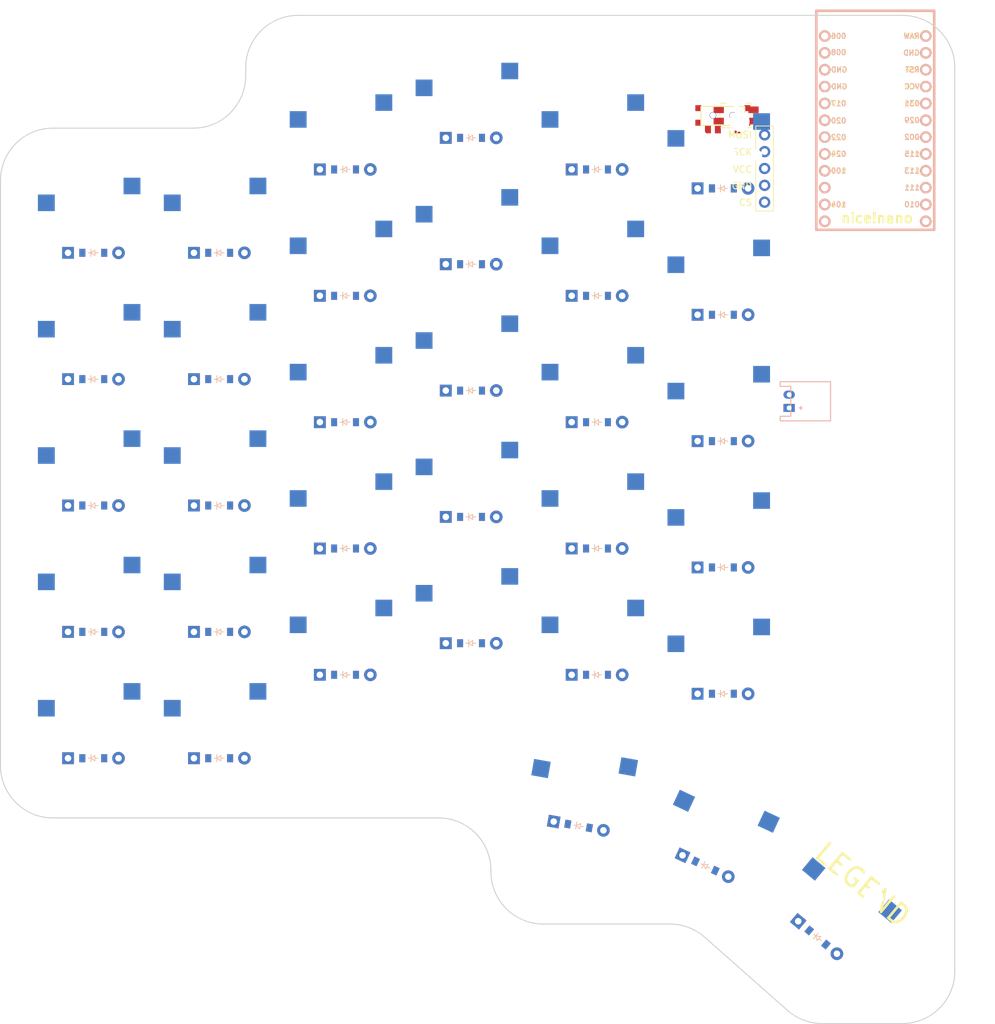
<source format=kicad_pcb>
(kicad_pcb (version 20171130) (host pcbnew 5.1.6)
  (title_block (title "left") (rev "v1.0.0") (company "Unknown"))
  (layers (0 F.Cu signal) (31 B.Cu signal) (34 B.Paste user) (35 F.Paste user) (36 B.SilkS user) (37 F.SilkS user) (38 B.Mask user) (39 F.Mask user) (44 Edge.Cuts user))
  (net 0 "")
  (net 1 "col_6")
  (net 2 "outer_control")
  (net 3 "outer_bottom")
  (net 4 "outer_home")
  (net 5 "outer_top")
  (net 6 "outer_num")
  (net 7 "col_5")
  (net 8 "pinky_control")
  (net 9 "pinky_bottom")
  (net 10 "pinky_home")
  (net 11 "pinky_top")
  (net 12 "pinky_num")
  (net 13 "col_4")
  (net 14 "ring_control")
  (net 15 "ring_bottom")
  (net 16 "ring_home")
  (net 17 "ring_top")
  (net 18 "ring_num")
  (net 19 "col_3")
  (net 20 "middle_control")
  (net 21 "middle_bottom")
  (net 22 "middle_home")
  (net 23 "middle_top")
  (net 24 "middle_num")
  (net 25 "col_2")
  (net 26 "index_control")
  (net 27 "index_bottom")
  (net 28 "index_home")
  (net 29 "index_top")
  (net 30 "index_num")
  (net 31 "col_1")
  (net 32 "inner_control")
  (net 33 "inner_bottom")
  (net 34 "inner_home")
  (net 35 "inner_top")
  (net 36 "inner_num")
  (net 37 "in_default")
  (net 38 "mid_default")
  (net 39 "out_default")
  (net 40 "row_5")
  (net 41 "row_4")
  (net 42 "row_3")
  (net 43 "row_2")
  (net 44 "row_1")
  (net 45 "thumb_1")
  (net 46 "RAW")
  (net 47 "GND")
  (net 48 "RST")
  (net 49 "VCC")
  (net 50 "P031")
  (net 51 "P029")
  (net 52 "P002")
  (net 53 "P115")
  (net 54 "P113")
  (net 55 "P010")
  (net 56 "MOSI")
  (net 57 "SCK")
  (net 58 "CS")
  (net 59 "DISP1_1")
  (net 60 "DISP1_2")
  (net 61 "DISP1_4")
  (net 62 "DISP1_5")
  (net 63 "pos")
  (module MX (layer F.Cu) (at 150 150 0)
    (fp_text reference "S1" hide)
    (fp_text value "" hide)
    (pad "" np_thru_hole circle (at 0 0) (size 3.9878 3.9878) (drill 3.9878) (layers *.Cu *.Mask))
    (pad "" np_thru_hole circle (at 5.08 0) (size 1.7018 1.7018) (drill 1.7018) (layers *.Cu *.Mask))
    (pad "" np_thru_hole circle (at -5.08 0) (size 1.7018 1.7018) (drill 1.7018) (layers *.Cu *.Mask))
    (pad "" np_thru_hole circle (at 2.54 -5.08) (size 3 3) (drill 3) (layers *.Cu *.Mask))
    (pad "" np_thru_hole circle (at -3.81 -2.54) (size 3 3) (drill 3) (layers *.Cu *.Mask))
    (pad 1 smd rect (at -7.085 -2.54 0) (size 2.55 2.5) (layers B.Cu B.Paste B.Mask) (net 1 "col_6"))
    (pad 2 smd rect (at 5.842 -5.08 0) (size 2.55 2.5) (layers B.Cu B.Paste B.Mask) (net 2 "outer_control"))
  )
  (module MX (layer F.Cu) (at 150 130.95 0)
    (fp_text reference "S2" hide)
    (fp_text value "" hide)
    (pad "" np_thru_hole circle (at 0 0) (size 3.9878 3.9878) (drill 3.9878) (layers *.Cu *.Mask))
    (pad "" np_thru_hole circle (at 5.08 0) (size 1.7018 1.7018) (drill 1.7018) (layers *.Cu *.Mask))
    (pad "" np_thru_hole circle (at -5.08 0) (size 1.7018 1.7018) (drill 1.7018) (layers *.Cu *.Mask))
    (pad "" np_thru_hole circle (at 2.54 -5.08) (size 3 3) (drill 3) (layers *.Cu *.Mask))
    (pad "" np_thru_hole circle (at -3.81 -2.54) (size 3 3) (drill 3) (layers *.Cu *.Mask))
    (pad 1 smd rect (at -7.085 -2.54 0) (size 2.55 2.5) (layers B.Cu B.Paste B.Mask) (net 1 "col_6"))
    (pad 2 smd rect (at 5.842 -5.08 0) (size 2.55 2.5) (layers B.Cu B.Paste B.Mask) (net 3 "outer_bottom"))
  )
  (module MX (layer F.Cu) (at 150 111.89999999999999 0)
    (fp_text reference "S3" hide)
    (fp_text value "" hide)
    (pad "" np_thru_hole circle (at 0 0) (size 3.9878 3.9878) (drill 3.9878) (layers *.Cu *.Mask))
    (pad "" np_thru_hole circle (at 5.08 0) (size 1.7018 1.7018) (drill 1.7018) (layers *.Cu *.Mask))
    (pad "" np_thru_hole circle (at -5.08 0) (size 1.7018 1.7018) (drill 1.7018) (layers *.Cu *.Mask))
    (pad "" np_thru_hole circle (at 2.54 -5.08) (size 3 3) (drill 3) (layers *.Cu *.Mask))
    (pad "" np_thru_hole circle (at -3.81 -2.54) (size 3 3) (drill 3) (layers *.Cu *.Mask))
    (pad 1 smd rect (at -7.085 -2.54 0) (size 2.55 2.5) (layers B.Cu B.Paste B.Mask) (net 1 "col_6"))
    (pad 2 smd rect (at 5.842 -5.08 0) (size 2.55 2.5) (layers B.Cu B.Paste B.Mask) (net 4 "outer_home"))
  )
  (module MX (layer F.Cu) (at 150 92.85 0)
    (fp_text reference "S4" hide)
    (fp_text value "" hide)
    (pad "" np_thru_hole circle (at 0 0) (size 3.9878 3.9878) (drill 3.9878) (layers *.Cu *.Mask))
    (pad "" np_thru_hole circle (at 5.08 0) (size 1.7018 1.7018) (drill 1.7018) (layers *.Cu *.Mask))
    (pad "" np_thru_hole circle (at -5.08 0) (size 1.7018 1.7018) (drill 1.7018) (layers *.Cu *.Mask))
    (pad "" np_thru_hole circle (at 2.54 -5.08) (size 3 3) (drill 3) (layers *.Cu *.Mask))
    (pad "" np_thru_hole circle (at -3.81 -2.54) (size 3 3) (drill 3) (layers *.Cu *.Mask))
    (pad 1 smd rect (at -7.085 -2.54 0) (size 2.55 2.5) (layers B.Cu B.Paste B.Mask) (net 1 "col_6"))
    (pad 2 smd rect (at 5.842 -5.08 0) (size 2.55 2.5) (layers B.Cu B.Paste B.Mask) (net 5 "outer_top"))
  )
  (module MX (layer F.Cu) (at 150 73.8 0)
    (fp_text reference "S5" hide)
    (fp_text value "" hide)
    (pad "" np_thru_hole circle (at 0 0) (size 3.9878 3.9878) (drill 3.9878) (layers *.Cu *.Mask))
    (pad "" np_thru_hole circle (at 5.08 0) (size 1.7018 1.7018) (drill 1.7018) (layers *.Cu *.Mask))
    (pad "" np_thru_hole circle (at -5.08 0) (size 1.7018 1.7018) (drill 1.7018) (layers *.Cu *.Mask))
    (pad "" np_thru_hole circle (at 2.54 -5.08) (size 3 3) (drill 3) (layers *.Cu *.Mask))
    (pad "" np_thru_hole circle (at -3.81 -2.54) (size 3 3) (drill 3) (layers *.Cu *.Mask))
    (pad 1 smd rect (at -7.085 -2.54 0) (size 2.55 2.5) (layers B.Cu B.Paste B.Mask) (net 1 "col_6"))
    (pad 2 smd rect (at 5.842 -5.08 0) (size 2.55 2.5) (layers B.Cu B.Paste B.Mask) (net 6 "outer_num"))
  )
  (module MX (layer F.Cu) (at 169 150 0)
    (fp_text reference "S6" hide)
    (fp_text value "" hide)
    (pad "" np_thru_hole circle (at 0 0) (size 3.9878 3.9878) (drill 3.9878) (layers *.Cu *.Mask))
    (pad "" np_thru_hole circle (at 5.08 0) (size 1.7018 1.7018) (drill 1.7018) (layers *.Cu *.Mask))
    (pad "" np_thru_hole circle (at -5.08 0) (size 1.7018 1.7018) (drill 1.7018) (layers *.Cu *.Mask))
    (pad "" np_thru_hole circle (at 2.54 -5.08) (size 3 3) (drill 3) (layers *.Cu *.Mask))
    (pad "" np_thru_hole circle (at -3.81 -2.54) (size 3 3) (drill 3) (layers *.Cu *.Mask))
    (pad 1 smd rect (at -7.085 -2.54 0) (size 2.55 2.5) (layers B.Cu B.Paste B.Mask) (net 7 "col_5"))
    (pad 2 smd rect (at 5.842 -5.08 0) (size 2.55 2.5) (layers B.Cu B.Paste B.Mask) (net 8 "pinky_control"))
  )
  (module MX (layer F.Cu) (at 169 130.95 0)
    (fp_text reference "S7" hide)
    (fp_text value "" hide)
    (pad "" np_thru_hole circle (at 0 0) (size 3.9878 3.9878) (drill 3.9878) (layers *.Cu *.Mask))
    (pad "" np_thru_hole circle (at 5.08 0) (size 1.7018 1.7018) (drill 1.7018) (layers *.Cu *.Mask))
    (pad "" np_thru_hole circle (at -5.08 0) (size 1.7018 1.7018) (drill 1.7018) (layers *.Cu *.Mask))
    (pad "" np_thru_hole circle (at 2.54 -5.08) (size 3 3) (drill 3) (layers *.Cu *.Mask))
    (pad "" np_thru_hole circle (at -3.81 -2.54) (size 3 3) (drill 3) (layers *.Cu *.Mask))
    (pad 1 smd rect (at -7.085 -2.54 0) (size 2.55 2.5) (layers B.Cu B.Paste B.Mask) (net 7 "col_5"))
    (pad 2 smd rect (at 5.842 -5.08 0) (size 2.55 2.5) (layers B.Cu B.Paste B.Mask) (net 9 "pinky_bottom"))
  )
  (module MX (layer F.Cu) (at 169 111.89999999999999 0)
    (fp_text reference "S8" hide)
    (fp_text value "" hide)
    (pad "" np_thru_hole circle (at 0 0) (size 3.9878 3.9878) (drill 3.9878) (layers *.Cu *.Mask))
    (pad "" np_thru_hole circle (at 5.08 0) (size 1.7018 1.7018) (drill 1.7018) (layers *.Cu *.Mask))
    (pad "" np_thru_hole circle (at -5.08 0) (size 1.7018 1.7018) (drill 1.7018) (layers *.Cu *.Mask))
    (pad "" np_thru_hole circle (at 2.54 -5.08) (size 3 3) (drill 3) (layers *.Cu *.Mask))
    (pad "" np_thru_hole circle (at -3.81 -2.54) (size 3 3) (drill 3) (layers *.Cu *.Mask))
    (pad 1 smd rect (at -7.085 -2.54 0) (size 2.55 2.5) (layers B.Cu B.Paste B.Mask) (net 7 "col_5"))
    (pad 2 smd rect (at 5.842 -5.08 0) (size 2.55 2.5) (layers B.Cu B.Paste B.Mask) (net 10 "pinky_home"))
  )
  (module MX (layer F.Cu) (at 169 92.85 0)
    (fp_text reference "S9" hide)
    (fp_text value "" hide)
    (pad "" np_thru_hole circle (at 0 0) (size 3.9878 3.9878) (drill 3.9878) (layers *.Cu *.Mask))
    (pad "" np_thru_hole circle (at 5.08 0) (size 1.7018 1.7018) (drill 1.7018) (layers *.Cu *.Mask))
    (pad "" np_thru_hole circle (at -5.08 0) (size 1.7018 1.7018) (drill 1.7018) (layers *.Cu *.Mask))
    (pad "" np_thru_hole circle (at 2.54 -5.08) (size 3 3) (drill 3) (layers *.Cu *.Mask))
    (pad "" np_thru_hole circle (at -3.81 -2.54) (size 3 3) (drill 3) (layers *.Cu *.Mask))
    (pad 1 smd rect (at -7.085 -2.54 0) (size 2.55 2.5) (layers B.Cu B.Paste B.Mask) (net 7 "col_5"))
    (pad 2 smd rect (at 5.842 -5.08 0) (size 2.55 2.5) (layers B.Cu B.Paste B.Mask) (net 11 "pinky_top"))
  )
  (module MX (layer F.Cu) (at 169 73.8 0)
    (fp_text reference "S10" hide)
    (fp_text value "" hide)
    (pad "" np_thru_hole circle (at 0 0) (size 3.9878 3.9878) (drill 3.9878) (layers *.Cu *.Mask))
    (pad "" np_thru_hole circle (at 5.08 0) (size 1.7018 1.7018) (drill 1.7018) (layers *.Cu *.Mask))
    (pad "" np_thru_hole circle (at -5.08 0) (size 1.7018 1.7018) (drill 1.7018) (layers *.Cu *.Mask))
    (pad "" np_thru_hole circle (at 2.54 -5.08) (size 3 3) (drill 3) (layers *.Cu *.Mask))
    (pad "" np_thru_hole circle (at -3.81 -2.54) (size 3 3) (drill 3) (layers *.Cu *.Mask))
    (pad 1 smd rect (at -7.085 -2.54 0) (size 2.55 2.5) (layers B.Cu B.Paste B.Mask) (net 7 "col_5"))
    (pad 2 smd rect (at 5.842 -5.08 0) (size 2.55 2.5) (layers B.Cu B.Paste B.Mask) (net 12 "pinky_num"))
  )
  (module MX (layer F.Cu) (at 188 137.427 0)
    (fp_text reference "S11" hide)
    (fp_text value "" hide)
    (pad "" np_thru_hole circle (at 0 0) (size 3.9878 3.9878) (drill 3.9878) (layers *.Cu *.Mask))
    (pad "" np_thru_hole circle (at 5.08 0) (size 1.7018 1.7018) (drill 1.7018) (layers *.Cu *.Mask))
    (pad "" np_thru_hole circle (at -5.08 0) (size 1.7018 1.7018) (drill 1.7018) (layers *.Cu *.Mask))
    (pad "" np_thru_hole circle (at 2.54 -5.08) (size 3 3) (drill 3) (layers *.Cu *.Mask))
    (pad "" np_thru_hole circle (at -3.81 -2.54) (size 3 3) (drill 3) (layers *.Cu *.Mask))
    (pad 1 smd rect (at -7.085 -2.54 0) (size 2.55 2.5) (layers B.Cu B.Paste B.Mask) (net 13 "col_4"))
    (pad 2 smd rect (at 5.842 -5.08 0) (size 2.55 2.5) (layers B.Cu B.Paste B.Mask) (net 14 "ring_control"))
  )
  (module MX (layer F.Cu) (at 188 118.377 0)
    (fp_text reference "S12" hide)
    (fp_text value "" hide)
    (pad "" np_thru_hole circle (at 0 0) (size 3.9878 3.9878) (drill 3.9878) (layers *.Cu *.Mask))
    (pad "" np_thru_hole circle (at 5.08 0) (size 1.7018 1.7018) (drill 1.7018) (layers *.Cu *.Mask))
    (pad "" np_thru_hole circle (at -5.08 0) (size 1.7018 1.7018) (drill 1.7018) (layers *.Cu *.Mask))
    (pad "" np_thru_hole circle (at 2.54 -5.08) (size 3 3) (drill 3) (layers *.Cu *.Mask))
    (pad "" np_thru_hole circle (at -3.81 -2.54) (size 3 3) (drill 3) (layers *.Cu *.Mask))
    (pad 1 smd rect (at -7.085 -2.54 0) (size 2.55 2.5) (layers B.Cu B.Paste B.Mask) (net 13 "col_4"))
    (pad 2 smd rect (at 5.842 -5.08 0) (size 2.55 2.5) (layers B.Cu B.Paste B.Mask) (net 15 "ring_bottom"))
  )
  (module MX (layer F.Cu) (at 188 99.327 0)
    (fp_text reference "S13" hide)
    (fp_text value "" hide)
    (pad "" np_thru_hole circle (at 0 0) (size 3.9878 3.9878) (drill 3.9878) (layers *.Cu *.Mask))
    (pad "" np_thru_hole circle (at 5.08 0) (size 1.7018 1.7018) (drill 1.7018) (layers *.Cu *.Mask))
    (pad "" np_thru_hole circle (at -5.08 0) (size 1.7018 1.7018) (drill 1.7018) (layers *.Cu *.Mask))
    (pad "" np_thru_hole circle (at 2.54 -5.08) (size 3 3) (drill 3) (layers *.Cu *.Mask))
    (pad "" np_thru_hole circle (at -3.81 -2.54) (size 3 3) (drill 3) (layers *.Cu *.Mask))
    (pad 1 smd rect (at -7.085 -2.54 0) (size 2.55 2.5) (layers B.Cu B.Paste B.Mask) (net 13 "col_4"))
    (pad 2 smd rect (at 5.842 -5.08 0) (size 2.55 2.5) (layers B.Cu B.Paste B.Mask) (net 16 "ring_home"))
  )
  (module MX (layer F.Cu) (at 188 80.277 0)
    (fp_text reference "S14" hide)
    (fp_text value "" hide)
    (pad "" np_thru_hole circle (at 0 0) (size 3.9878 3.9878) (drill 3.9878) (layers *.Cu *.Mask))
    (pad "" np_thru_hole circle (at 5.08 0) (size 1.7018 1.7018) (drill 1.7018) (layers *.Cu *.Mask))
    (pad "" np_thru_hole circle (at -5.08 0) (size 1.7018 1.7018) (drill 1.7018) (layers *.Cu *.Mask))
    (pad "" np_thru_hole circle (at 2.54 -5.08) (size 3 3) (drill 3) (layers *.Cu *.Mask))
    (pad "" np_thru_hole circle (at -3.81 -2.54) (size 3 3) (drill 3) (layers *.Cu *.Mask))
    (pad 1 smd rect (at -7.085 -2.54 0) (size 2.55 2.5) (layers B.Cu B.Paste B.Mask) (net 13 "col_4"))
    (pad 2 smd rect (at 5.842 -5.08 0) (size 2.55 2.5) (layers B.Cu B.Paste B.Mask) (net 17 "ring_top"))
  )
  (module MX (layer F.Cu) (at 188 61.227000000000004 0)
    (fp_text reference "S15" hide)
    (fp_text value "" hide)
    (pad "" np_thru_hole circle (at 0 0) (size 3.9878 3.9878) (drill 3.9878) (layers *.Cu *.Mask))
    (pad "" np_thru_hole circle (at 5.08 0) (size 1.7018 1.7018) (drill 1.7018) (layers *.Cu *.Mask))
    (pad "" np_thru_hole circle (at -5.08 0) (size 1.7018 1.7018) (drill 1.7018) (layers *.Cu *.Mask))
    (pad "" np_thru_hole circle (at 2.54 -5.08) (size 3 3) (drill 3) (layers *.Cu *.Mask))
    (pad "" np_thru_hole circle (at -3.81 -2.54) (size 3 3) (drill 3) (layers *.Cu *.Mask))
    (pad 1 smd rect (at -7.085 -2.54 0) (size 2.55 2.5) (layers B.Cu B.Paste B.Mask) (net 13 "col_4"))
    (pad 2 smd rect (at 5.842 -5.08 0) (size 2.55 2.5) (layers B.Cu B.Paste B.Mask) (net 18 "ring_num"))
  )
  (module MX (layer F.Cu) (at 207 132.6645 0)
    (fp_text reference "S16" hide)
    (fp_text value "" hide)
    (pad "" np_thru_hole circle (at 0 0) (size 3.9878 3.9878) (drill 3.9878) (layers *.Cu *.Mask))
    (pad "" np_thru_hole circle (at 5.08 0) (size 1.7018 1.7018) (drill 1.7018) (layers *.Cu *.Mask))
    (pad "" np_thru_hole circle (at -5.08 0) (size 1.7018 1.7018) (drill 1.7018) (layers *.Cu *.Mask))
    (pad "" np_thru_hole circle (at 2.54 -5.08) (size 3 3) (drill 3) (layers *.Cu *.Mask))
    (pad "" np_thru_hole circle (at -3.81 -2.54) (size 3 3) (drill 3) (layers *.Cu *.Mask))
    (pad 1 smd rect (at -7.085 -2.54 0) (size 2.55 2.5) (layers B.Cu B.Paste B.Mask) (net 19 "col_3"))
    (pad 2 smd rect (at 5.842 -5.08 0) (size 2.55 2.5) (layers B.Cu B.Paste B.Mask) (net 20 "middle_control"))
  )
  (module MX (layer F.Cu) (at 207 113.6145 0)
    (fp_text reference "S17" hide)
    (fp_text value "" hide)
    (pad "" np_thru_hole circle (at 0 0) (size 3.9878 3.9878) (drill 3.9878) (layers *.Cu *.Mask))
    (pad "" np_thru_hole circle (at 5.08 0) (size 1.7018 1.7018) (drill 1.7018) (layers *.Cu *.Mask))
    (pad "" np_thru_hole circle (at -5.08 0) (size 1.7018 1.7018) (drill 1.7018) (layers *.Cu *.Mask))
    (pad "" np_thru_hole circle (at 2.54 -5.08) (size 3 3) (drill 3) (layers *.Cu *.Mask))
    (pad "" np_thru_hole circle (at -3.81 -2.54) (size 3 3) (drill 3) (layers *.Cu *.Mask))
    (pad 1 smd rect (at -7.085 -2.54 0) (size 2.55 2.5) (layers B.Cu B.Paste B.Mask) (net 19 "col_3"))
    (pad 2 smd rect (at 5.842 -5.08 0) (size 2.55 2.5) (layers B.Cu B.Paste B.Mask) (net 21 "middle_bottom"))
  )
  (module MX (layer F.Cu) (at 207 94.56450000000001 0)
    (fp_text reference "S18" hide)
    (fp_text value "" hide)
    (pad "" np_thru_hole circle (at 0 0) (size 3.9878 3.9878) (drill 3.9878) (layers *.Cu *.Mask))
    (pad "" np_thru_hole circle (at 5.08 0) (size 1.7018 1.7018) (drill 1.7018) (layers *.Cu *.Mask))
    (pad "" np_thru_hole circle (at -5.08 0) (size 1.7018 1.7018) (drill 1.7018) (layers *.Cu *.Mask))
    (pad "" np_thru_hole circle (at 2.54 -5.08) (size 3 3) (drill 3) (layers *.Cu *.Mask))
    (pad "" np_thru_hole circle (at -3.81 -2.54) (size 3 3) (drill 3) (layers *.Cu *.Mask))
    (pad 1 smd rect (at -7.085 -2.54 0) (size 2.55 2.5) (layers B.Cu B.Paste B.Mask) (net 19 "col_3"))
    (pad 2 smd rect (at 5.842 -5.08 0) (size 2.55 2.5) (layers B.Cu B.Paste B.Mask) (net 22 "middle_home"))
  )
  (module MX (layer F.Cu) (at 207 75.51450000000001 0)
    (fp_text reference "S19" hide)
    (fp_text value "" hide)
    (pad "" np_thru_hole circle (at 0 0) (size 3.9878 3.9878) (drill 3.9878) (layers *.Cu *.Mask))
    (pad "" np_thru_hole circle (at 5.08 0) (size 1.7018 1.7018) (drill 1.7018) (layers *.Cu *.Mask))
    (pad "" np_thru_hole circle (at -5.08 0) (size 1.7018 1.7018) (drill 1.7018) (layers *.Cu *.Mask))
    (pad "" np_thru_hole circle (at 2.54 -5.08) (size 3 3) (drill 3) (layers *.Cu *.Mask))
    (pad "" np_thru_hole circle (at -3.81 -2.54) (size 3 3) (drill 3) (layers *.Cu *.Mask))
    (pad 1 smd rect (at -7.085 -2.54 0) (size 2.55 2.5) (layers B.Cu B.Paste B.Mask) (net 19 "col_3"))
    (pad 2 smd rect (at 5.842 -5.08 0) (size 2.55 2.5) (layers B.Cu B.Paste B.Mask) (net 23 "middle_top"))
  )
  (module MX (layer F.Cu) (at 207 56.464500000000015 0)
    (fp_text reference "S20" hide)
    (fp_text value "" hide)
    (pad "" np_thru_hole circle (at 0 0) (size 3.9878 3.9878) (drill 3.9878) (layers *.Cu *.Mask))
    (pad "" np_thru_hole circle (at 5.08 0) (size 1.7018 1.7018) (drill 1.7018) (layers *.Cu *.Mask))
    (pad "" np_thru_hole circle (at -5.08 0) (size 1.7018 1.7018) (drill 1.7018) (layers *.Cu *.Mask))
    (pad "" np_thru_hole circle (at 2.54 -5.08) (size 3 3) (drill 3) (layers *.Cu *.Mask))
    (pad "" np_thru_hole circle (at -3.81 -2.54) (size 3 3) (drill 3) (layers *.Cu *.Mask))
    (pad 1 smd rect (at -7.085 -2.54 0) (size 2.55 2.5) (layers B.Cu B.Paste B.Mask) (net 19 "col_3"))
    (pad 2 smd rect (at 5.842 -5.08 0) (size 2.55 2.5) (layers B.Cu B.Paste B.Mask) (net 24 "middle_num"))
  )
  (module MX (layer F.Cu) (at 226 137.427 0)
    (fp_text reference "S21" hide)
    (fp_text value "" hide)
    (pad "" np_thru_hole circle (at 0 0) (size 3.9878 3.9878) (drill 3.9878) (layers *.Cu *.Mask))
    (pad "" np_thru_hole circle (at 5.08 0) (size 1.7018 1.7018) (drill 1.7018) (layers *.Cu *.Mask))
    (pad "" np_thru_hole circle (at -5.08 0) (size 1.7018 1.7018) (drill 1.7018) (layers *.Cu *.Mask))
    (pad "" np_thru_hole circle (at 2.54 -5.08) (size 3 3) (drill 3) (layers *.Cu *.Mask))
    (pad "" np_thru_hole circle (at -3.81 -2.54) (size 3 3) (drill 3) (layers *.Cu *.Mask))
    (pad 1 smd rect (at -7.085 -2.54 0) (size 2.55 2.5) (layers B.Cu B.Paste B.Mask) (net 25 "col_2"))
    (pad 2 smd rect (at 5.842 -5.08 0) (size 2.55 2.5) (layers B.Cu B.Paste B.Mask) (net 26 "index_control"))
  )
  (module MX (layer F.Cu) (at 226 118.377 0)
    (fp_text reference "S22" hide)
    (fp_text value "" hide)
    (pad "" np_thru_hole circle (at 0 0) (size 3.9878 3.9878) (drill 3.9878) (layers *.Cu *.Mask))
    (pad "" np_thru_hole circle (at 5.08 0) (size 1.7018 1.7018) (drill 1.7018) (layers *.Cu *.Mask))
    (pad "" np_thru_hole circle (at -5.08 0) (size 1.7018 1.7018) (drill 1.7018) (layers *.Cu *.Mask))
    (pad "" np_thru_hole circle (at 2.54 -5.08) (size 3 3) (drill 3) (layers *.Cu *.Mask))
    (pad "" np_thru_hole circle (at -3.81 -2.54) (size 3 3) (drill 3) (layers *.Cu *.Mask))
    (pad 1 smd rect (at -7.085 -2.54 0) (size 2.55 2.5) (layers B.Cu B.Paste B.Mask) (net 25 "col_2"))
    (pad 2 smd rect (at 5.842 -5.08 0) (size 2.55 2.5) (layers B.Cu B.Paste B.Mask) (net 27 "index_bottom"))
  )
  (module MX (layer F.Cu) (at 226 99.327 0)
    (fp_text reference "S23" hide)
    (fp_text value "" hide)
    (pad "" np_thru_hole circle (at 0 0) (size 3.9878 3.9878) (drill 3.9878) (layers *.Cu *.Mask))
    (pad "" np_thru_hole circle (at 5.08 0) (size 1.7018 1.7018) (drill 1.7018) (layers *.Cu *.Mask))
    (pad "" np_thru_hole circle (at -5.08 0) (size 1.7018 1.7018) (drill 1.7018) (layers *.Cu *.Mask))
    (pad "" np_thru_hole circle (at 2.54 -5.08) (size 3 3) (drill 3) (layers *.Cu *.Mask))
    (pad "" np_thru_hole circle (at -3.81 -2.54) (size 3 3) (drill 3) (layers *.Cu *.Mask))
    (pad 1 smd rect (at -7.085 -2.54 0) (size 2.55 2.5) (layers B.Cu B.Paste B.Mask) (net 25 "col_2"))
    (pad 2 smd rect (at 5.842 -5.08 0) (size 2.55 2.5) (layers B.Cu B.Paste B.Mask) (net 28 "index_home"))
  )
  (module MX (layer F.Cu) (at 226 80.277 0)
    (fp_text reference "S24" hide)
    (fp_text value "" hide)
    (pad "" np_thru_hole circle (at 0 0) (size 3.9878 3.9878) (drill 3.9878) (layers *.Cu *.Mask))
    (pad "" np_thru_hole circle (at 5.08 0) (size 1.7018 1.7018) (drill 1.7018) (layers *.Cu *.Mask))
    (pad "" np_thru_hole circle (at -5.08 0) (size 1.7018 1.7018) (drill 1.7018) (layers *.Cu *.Mask))
    (pad "" np_thru_hole circle (at 2.54 -5.08) (size 3 3) (drill 3) (layers *.Cu *.Mask))
    (pad "" np_thru_hole circle (at -3.81 -2.54) (size 3 3) (drill 3) (layers *.Cu *.Mask))
    (pad 1 smd rect (at -7.085 -2.54 0) (size 2.55 2.5) (layers B.Cu B.Paste B.Mask) (net 25 "col_2"))
    (pad 2 smd rect (at 5.842 -5.08 0) (size 2.55 2.5) (layers B.Cu B.Paste B.Mask) (net 29 "index_top"))
  )
  (module MX (layer F.Cu) (at 226 61.227000000000004 0)
    (fp_text reference "S25" hide)
    (fp_text value "" hide)
    (pad "" np_thru_hole circle (at 0 0) (size 3.9878 3.9878) (drill 3.9878) (layers *.Cu *.Mask))
    (pad "" np_thru_hole circle (at 5.08 0) (size 1.7018 1.7018) (drill 1.7018) (layers *.Cu *.Mask))
    (pad "" np_thru_hole circle (at -5.08 0) (size 1.7018 1.7018) (drill 1.7018) (layers *.Cu *.Mask))
    (pad "" np_thru_hole circle (at 2.54 -5.08) (size 3 3) (drill 3) (layers *.Cu *.Mask))
    (pad "" np_thru_hole circle (at -3.81 -2.54) (size 3 3) (drill 3) (layers *.Cu *.Mask))
    (pad 1 smd rect (at -7.085 -2.54 0) (size 2.55 2.5) (layers B.Cu B.Paste B.Mask) (net 25 "col_2"))
    (pad 2 smd rect (at 5.842 -5.08 0) (size 2.55 2.5) (layers B.Cu B.Paste B.Mask) (net 30 "index_num"))
  )
  (module MX (layer F.Cu) (at 245 140.2845 0)
    (fp_text reference "S26" hide)
    (fp_text value "" hide)
    (pad "" np_thru_hole circle (at 0 0) (size 3.9878 3.9878) (drill 3.9878) (layers *.Cu *.Mask))
    (pad "" np_thru_hole circle (at 5.08 0) (size 1.7018 1.7018) (drill 1.7018) (layers *.Cu *.Mask))
    (pad "" np_thru_hole circle (at -5.08 0) (size 1.7018 1.7018) (drill 1.7018) (layers *.Cu *.Mask))
    (pad "" np_thru_hole circle (at 2.54 -5.08) (size 3 3) (drill 3) (layers *.Cu *.Mask))
    (pad "" np_thru_hole circle (at -3.81 -2.54) (size 3 3) (drill 3) (layers *.Cu *.Mask))
    (pad 1 smd rect (at -7.085 -2.54 0) (size 2.55 2.5) (layers B.Cu B.Paste B.Mask) (net 31 "col_1"))
    (pad 2 smd rect (at 5.842 -5.08 0) (size 2.55 2.5) (layers B.Cu B.Paste B.Mask) (net 32 "inner_control"))
  )
  (module MX (layer F.Cu) (at 245 121.23450000000001 0)
    (fp_text reference "S27" hide)
    (fp_text value "" hide)
    (pad "" np_thru_hole circle (at 0 0) (size 3.9878 3.9878) (drill 3.9878) (layers *.Cu *.Mask))
    (pad "" np_thru_hole circle (at 5.08 0) (size 1.7018 1.7018) (drill 1.7018) (layers *.Cu *.Mask))
    (pad "" np_thru_hole circle (at -5.08 0) (size 1.7018 1.7018) (drill 1.7018) (layers *.Cu *.Mask))
    (pad "" np_thru_hole circle (at 2.54 -5.08) (size 3 3) (drill 3) (layers *.Cu *.Mask))
    (pad "" np_thru_hole circle (at -3.81 -2.54) (size 3 3) (drill 3) (layers *.Cu *.Mask))
    (pad 1 smd rect (at -7.085 -2.54 0) (size 2.55 2.5) (layers B.Cu B.Paste B.Mask) (net 31 "col_1"))
    (pad 2 smd rect (at 5.842 -5.08 0) (size 2.55 2.5) (layers B.Cu B.Paste B.Mask) (net 33 "inner_bottom"))
  )
  (module MX (layer F.Cu) (at 245 102.18450000000001 0)
    (fp_text reference "S28" hide)
    (fp_text value "" hide)
    (pad "" np_thru_hole circle (at 0 0) (size 3.9878 3.9878) (drill 3.9878) (layers *.Cu *.Mask))
    (pad "" np_thru_hole circle (at 5.08 0) (size 1.7018 1.7018) (drill 1.7018) (layers *.Cu *.Mask))
    (pad "" np_thru_hole circle (at -5.08 0) (size 1.7018 1.7018) (drill 1.7018) (layers *.Cu *.Mask))
    (pad "" np_thru_hole circle (at 2.54 -5.08) (size 3 3) (drill 3) (layers *.Cu *.Mask))
    (pad "" np_thru_hole circle (at -3.81 -2.54) (size 3 3) (drill 3) (layers *.Cu *.Mask))
    (pad 1 smd rect (at -7.085 -2.54 0) (size 2.55 2.5) (layers B.Cu B.Paste B.Mask) (net 31 "col_1"))
    (pad 2 smd rect (at 5.842 -5.08 0) (size 2.55 2.5) (layers B.Cu B.Paste B.Mask) (net 34 "inner_home"))
  )
  (module MX (layer F.Cu) (at 245 83.13450000000002 0)
    (fp_text reference "S29" hide)
    (fp_text value "" hide)
    (pad "" np_thru_hole circle (at 0 0) (size 3.9878 3.9878) (drill 3.9878) (layers *.Cu *.Mask))
    (pad "" np_thru_hole circle (at 5.08 0) (size 1.7018 1.7018) (drill 1.7018) (layers *.Cu *.Mask))
    (pad "" np_thru_hole circle (at -5.08 0) (size 1.7018 1.7018) (drill 1.7018) (layers *.Cu *.Mask))
    (pad "" np_thru_hole circle (at 2.54 -5.08) (size 3 3) (drill 3) (layers *.Cu *.Mask))
    (pad "" np_thru_hole circle (at -3.81 -2.54) (size 3 3) (drill 3) (layers *.Cu *.Mask))
    (pad 1 smd rect (at -7.085 -2.54 0) (size 2.55 2.5) (layers B.Cu B.Paste B.Mask) (net 31 "col_1"))
    (pad 2 smd rect (at 5.842 -5.08 0) (size 2.55 2.5) (layers B.Cu B.Paste B.Mask) (net 35 "inner_top"))
  )
  (module MX (layer F.Cu) (at 245 64.08450000000002 0)
    (fp_text reference "S30" hide)
    (fp_text value "" hide)
    (pad "" np_thru_hole circle (at 0 0) (size 3.9878 3.9878) (drill 3.9878) (layers *.Cu *.Mask))
    (pad "" np_thru_hole circle (at 5.08 0) (size 1.7018 1.7018) (drill 1.7018) (layers *.Cu *.Mask))
    (pad "" np_thru_hole circle (at -5.08 0) (size 1.7018 1.7018) (drill 1.7018) (layers *.Cu *.Mask))
    (pad "" np_thru_hole circle (at 2.54 -5.08) (size 3 3) (drill 3) (layers *.Cu *.Mask))
    (pad "" np_thru_hole circle (at -3.81 -2.54) (size 3 3) (drill 3) (layers *.Cu *.Mask))
    (pad 1 smd rect (at -7.085 -2.54 0) (size 2.55 2.5) (layers B.Cu B.Paste B.Mask) (net 31 "col_1"))
    (pad 2 smd rect (at 5.842 -5.08 0) (size 2.55 2.5) (layers B.Cu B.Paste B.Mask) (net 36 "inner_num"))
  )
  (module MX (layer F.Cu) (at 224.095 160.28699999999998 -10)
    (fp_text reference "S31" hide)
    (fp_text value "" hide)
    (pad "" np_thru_hole circle (at 0 0) (size 3.9878 3.9878) (drill 3.9878) (layers *.Cu *.Mask))
    (pad "" np_thru_hole circle (at 5.08 0) (size 1.7018 1.7018) (drill 1.7018) (layers *.Cu *.Mask))
    (pad "" np_thru_hole circle (at -5.08 0) (size 1.7018 1.7018) (drill 1.7018) (layers *.Cu *.Mask))
    (pad "" np_thru_hole circle (at 2.54 -5.08) (size 3 3) (drill 3) (layers *.Cu *.Mask))
    (pad "" np_thru_hole circle (at -3.81 -2.54) (size 3 3) (drill 3) (layers *.Cu *.Mask))
    (pad 1 smd rect (at -7.085 -2.54 -10) (size 2.55 2.5) (layers B.Cu B.Paste B.Mask) (net 19 "col_3"))
    (pad 2 smd rect (at 5.842 -5.08 -10) (size 2.55 2.5) (layers B.Cu B.Paste B.Mask) (net 37 "in_default"))
  )
  (module MX (layer F.Cu) (at 244.4793156 166.71415 -25)
    (fp_text reference "S32" hide)
    (fp_text value "" hide)
    (pad "" np_thru_hole circle (at 0 0) (size 3.9878 3.9878) (drill 3.9878) (layers *.Cu *.Mask))
    (pad "" np_thru_hole circle (at 5.08 0) (size 1.7018 1.7018) (drill 1.7018) (layers *.Cu *.Mask))
    (pad "" np_thru_hole circle (at -5.08 0) (size 1.7018 1.7018) (drill 1.7018) (layers *.Cu *.Mask))
    (pad "" np_thru_hole circle (at 2.54 -5.08) (size 3 3) (drill 3) (layers *.Cu *.Mask))
    (pad "" np_thru_hole circle (at -3.81 -2.54) (size 3 3) (drill 3) (layers *.Cu *.Mask))
    (pad 1 smd rect (at -7.085 -2.54 -25) (size 2.55 2.5) (layers B.Cu B.Paste B.Mask) (net 25 "col_2"))
    (pad 2 smd rect (at 5.842 -5.08 -25) (size 2.55 2.5) (layers B.Cu B.Paste B.Mask) (net 38 "mid_default"))
  )
  (module MX (layer F.Cu) (at 262.5055836 178.19814929999998 -40)
    (fp_text reference "S33" hide)
    (fp_text value "" hide)
    (pad "" np_thru_hole circle (at 0 0) (size 3.9878 3.9878) (drill 3.9878) (layers *.Cu *.Mask))
    (pad "" np_thru_hole circle (at 5.08 0) (size 1.7018 1.7018) (drill 1.7018) (layers *.Cu *.Mask))
    (pad "" np_thru_hole circle (at -5.08 0) (size 1.7018 1.7018) (drill 1.7018) (layers *.Cu *.Mask))
    (pad "" np_thru_hole circle (at 2.54 -5.08) (size 3 3) (drill 3) (layers *.Cu *.Mask))
    (pad "" np_thru_hole circle (at -3.81 -2.54) (size 3 3) (drill 3) (layers *.Cu *.Mask))
    (pad 1 smd rect (at -7.085 -2.54 -40) (size 2.55 2.5) (layers B.Cu B.Paste B.Mask) (net 31 "col_1"))
    (pad 2 smd rect (at 5.842 -5.08 -40) (size 2.55 2.5) (layers B.Cu B.Paste B.Mask) (net 39 "out_default"))
  )
  (module ComboDiode (layer F.Cu) (at 150 155 0)
    (fp_text reference "D1" hide)
    (fp_text value "" hide)
    (pad 1 smd rect (at -1.65 0 0) (size 0.9 1.2) (layers F.Cu F.Paste F.Mask) (net 40 "row_5"))
    (pad 2 smd rect (at 1.65 0 0) (size 0.9 1.2) (layers B.Cu B.Paste B.Mask) (net 2 "outer_control"))
    (pad 1 smd rect (at -1.65 0 0) (size 0.9 1.2) (layers B.Cu B.Paste B.Mask) (net 40 "row_5"))
    (pad 2 smd rect (at 1.65 0 0) (size 0.9 1.2) (layers F.Cu F.Paste F.Mask) (net 2 "outer_control"))
    (pad 1 thru_hole rect (at -3.81 0 0) (size 1.778 1.778) (drill 0.9906) (layers *.Cu *.Mask) (net 40 "row_5"))
    (pad 2 thru_hole circle (at 3.81 0 0) (size 1.905 1.905) (drill 0.9906) (layers *.Cu *.Mask) (net 2 "outer_control"))
  )
  (module ComboDiode (layer F.Cu) (at 150 135.95 0)
    (fp_text reference "D2" hide)
    (fp_text value "" hide)
    (pad 1 smd rect (at -1.65 0 0) (size 0.9 1.2) (layers F.Cu F.Paste F.Mask) (net 41 "row_4"))
    (pad 2 smd rect (at 1.65 0 0) (size 0.9 1.2) (layers B.Cu B.Paste B.Mask) (net 3 "outer_bottom"))
    (pad 1 smd rect (at -1.65 0 0) (size 0.9 1.2) (layers B.Cu B.Paste B.Mask) (net 41 "row_4"))
    (pad 2 smd rect (at 1.65 0 0) (size 0.9 1.2) (layers F.Cu F.Paste F.Mask) (net 3 "outer_bottom"))
    (pad 1 thru_hole rect (at -3.81 0 0) (size 1.778 1.778) (drill 0.9906) (layers *.Cu *.Mask) (net 41 "row_4"))
    (pad 2 thru_hole circle (at 3.81 0 0) (size 1.905 1.905) (drill 0.9906) (layers *.Cu *.Mask) (net 3 "outer_bottom"))
  )
  (module ComboDiode (layer F.Cu) (at 150 116.89999999999999 0)
    (fp_text reference "D3" hide)
    (fp_text value "" hide)
    (pad 1 smd rect (at -1.65 0 0) (size 0.9 1.2) (layers F.Cu F.Paste F.Mask) (net 42 "row_3"))
    (pad 2 smd rect (at 1.65 0 0) (size 0.9 1.2) (layers B.Cu B.Paste B.Mask) (net 4 "outer_home"))
    (pad 1 smd rect (at -1.65 0 0) (size 0.9 1.2) (layers B.Cu B.Paste B.Mask) (net 42 "row_3"))
    (pad 2 smd rect (at 1.65 0 0) (size 0.9 1.2) (layers F.Cu F.Paste F.Mask) (net 4 "outer_home"))
    (pad 1 thru_hole rect (at -3.81 0 0) (size 1.778 1.778) (drill 0.9906) (layers *.Cu *.Mask) (net 42 "row_3"))
    (pad 2 thru_hole circle (at 3.81 0 0) (size 1.905 1.905) (drill 0.9906) (layers *.Cu *.Mask) (net 4 "outer_home"))
  )
  (module ComboDiode (layer F.Cu) (at 150 97.85 0)
    (fp_text reference "D4" hide)
    (fp_text value "" hide)
    (pad 1 smd rect (at -1.65 0 0) (size 0.9 1.2) (layers F.Cu F.Paste F.Mask) (net 43 "row_2"))
    (pad 2 smd rect (at 1.65 0 0) (size 0.9 1.2) (layers B.Cu B.Paste B.Mask) (net 5 "outer_top"))
    (pad 1 smd rect (at -1.65 0 0) (size 0.9 1.2) (layers B.Cu B.Paste B.Mask) (net 43 "row_2"))
    (pad 2 smd rect (at 1.65 0 0) (size 0.9 1.2) (layers F.Cu F.Paste F.Mask) (net 5 "outer_top"))
    (pad 1 thru_hole rect (at -3.81 0 0) (size 1.778 1.778) (drill 0.9906) (layers *.Cu *.Mask) (net 43 "row_2"))
    (pad 2 thru_hole circle (at 3.81 0 0) (size 1.905 1.905) (drill 0.9906) (layers *.Cu *.Mask) (net 5 "outer_top"))
  )
  (module ComboDiode (layer F.Cu) (at 150 78.8 0)
    (fp_text reference "D5" hide)
    (fp_text value "" hide)
    (pad 1 smd rect (at -1.65 0 0) (size 0.9 1.2) (layers F.Cu F.Paste F.Mask) (net 44 "row_1"))
    (pad 2 smd rect (at 1.65 0 0) (size 0.9 1.2) (layers B.Cu B.Paste B.Mask) (net 6 "outer_num"))
    (pad 1 smd rect (at -1.65 0 0) (size 0.9 1.2) (layers B.Cu B.Paste B.Mask) (net 44 "row_1"))
    (pad 2 smd rect (at 1.65 0 0) (size 0.9 1.2) (layers F.Cu F.Paste F.Mask) (net 6 "outer_num"))
    (pad 1 thru_hole rect (at -3.81 0 0) (size 1.778 1.778) (drill 0.9906) (layers *.Cu *.Mask) (net 44 "row_1"))
    (pad 2 thru_hole circle (at 3.81 0 0) (size 1.905 1.905) (drill 0.9906) (layers *.Cu *.Mask) (net 6 "outer_num"))
  )
  (module ComboDiode (layer F.Cu) (at 169 155 0)
    (fp_text reference "D6" hide)
    (fp_text value "" hide)
    (pad 1 smd rect (at -1.65 0 0) (size 0.9 1.2) (layers F.Cu F.Paste F.Mask) (net 40 "row_5"))
    (pad 2 smd rect (at 1.65 0 0) (size 0.9 1.2) (layers B.Cu B.Paste B.Mask) (net 8 "pinky_control"))
    (pad 1 smd rect (at -1.65 0 0) (size 0.9 1.2) (layers B.Cu B.Paste B.Mask) (net 40 "row_5"))
    (pad 2 smd rect (at 1.65 0 0) (size 0.9 1.2) (layers F.Cu F.Paste F.Mask) (net 8 "pinky_control"))
    (pad 1 thru_hole rect (at -3.81 0 0) (size 1.778 1.778) (drill 0.9906) (layers *.Cu *.Mask) (net 40 "row_5"))
    (pad 2 thru_hole circle (at 3.81 0 0) (size 1.905 1.905) (drill 0.9906) (layers *.Cu *.Mask) (net 8 "pinky_control"))
  )
  (module ComboDiode (layer F.Cu) (at 169 135.95 0)
    (fp_text reference "D7" hide)
    (fp_text value "" hide)
    (pad 1 smd rect (at -1.65 0 0) (size 0.9 1.2) (layers F.Cu F.Paste F.Mask) (net 41 "row_4"))
    (pad 2 smd rect (at 1.65 0 0) (size 0.9 1.2) (layers B.Cu B.Paste B.Mask) (net 9 "pinky_bottom"))
    (pad 1 smd rect (at -1.65 0 0) (size 0.9 1.2) (layers B.Cu B.Paste B.Mask) (net 41 "row_4"))
    (pad 2 smd rect (at 1.65 0 0) (size 0.9 1.2) (layers F.Cu F.Paste F.Mask) (net 9 "pinky_bottom"))
    (pad 1 thru_hole rect (at -3.81 0 0) (size 1.778 1.778) (drill 0.9906) (layers *.Cu *.Mask) (net 41 "row_4"))
    (pad 2 thru_hole circle (at 3.81 0 0) (size 1.905 1.905) (drill 0.9906) (layers *.Cu *.Mask) (net 9 "pinky_bottom"))
  )
  (module ComboDiode (layer F.Cu) (at 169 116.89999999999999 0)
    (fp_text reference "D8" hide)
    (fp_text value "" hide)
    (pad 1 smd rect (at -1.65 0 0) (size 0.9 1.2) (layers F.Cu F.Paste F.Mask) (net 42 "row_3"))
    (pad 2 smd rect (at 1.65 0 0) (size 0.9 1.2) (layers B.Cu B.Paste B.Mask) (net 10 "pinky_home"))
    (pad 1 smd rect (at -1.65 0 0) (size 0.9 1.2) (layers B.Cu B.Paste B.Mask) (net 42 "row_3"))
    (pad 2 smd rect (at 1.65 0 0) (size 0.9 1.2) (layers F.Cu F.Paste F.Mask) (net 10 "pinky_home"))
    (pad 1 thru_hole rect (at -3.81 0 0) (size 1.778 1.778) (drill 0.9906) (layers *.Cu *.Mask) (net 42 "row_3"))
    (pad 2 thru_hole circle (at 3.81 0 0) (size 1.905 1.905) (drill 0.9906) (layers *.Cu *.Mask) (net 10 "pinky_home"))
  )
  (module ComboDiode (layer F.Cu) (at 169 97.85 0)
    (fp_text reference "D9" hide)
    (fp_text value "" hide)
    (pad 1 smd rect (at -1.65 0 0) (size 0.9 1.2) (layers F.Cu F.Paste F.Mask) (net 43 "row_2"))
    (pad 2 smd rect (at 1.65 0 0) (size 0.9 1.2) (layers B.Cu B.Paste B.Mask) (net 11 "pinky_top"))
    (pad 1 smd rect (at -1.65 0 0) (size 0.9 1.2) (layers B.Cu B.Paste B.Mask) (net 43 "row_2"))
    (pad 2 smd rect (at 1.65 0 0) (size 0.9 1.2) (layers F.Cu F.Paste F.Mask) (net 11 "pinky_top"))
    (pad 1 thru_hole rect (at -3.81 0 0) (size 1.778 1.778) (drill 0.9906) (layers *.Cu *.Mask) (net 43 "row_2"))
    (pad 2 thru_hole circle (at 3.81 0 0) (size 1.905 1.905) (drill 0.9906) (layers *.Cu *.Mask) (net 11 "pinky_top"))
  )
  (module ComboDiode (layer F.Cu) (at 169 78.8 0)
    (fp_text reference "D10" hide)
    (fp_text value "" hide)
    (pad 1 smd rect (at -1.65 0 0) (size 0.9 1.2) (layers F.Cu F.Paste F.Mask) (net 44 "row_1"))
    (pad 2 smd rect (at 1.65 0 0) (size 0.9 1.2) (layers B.Cu B.Paste B.Mask) (net 12 "pinky_num"))
    (pad 1 smd rect (at -1.65 0 0) (size 0.9 1.2) (layers B.Cu B.Paste B.Mask) (net 44 "row_1"))
    (pad 2 smd rect (at 1.65 0 0) (size 0.9 1.2) (layers F.Cu F.Paste F.Mask) (net 12 "pinky_num"))
    (pad 1 thru_hole rect (at -3.81 0 0) (size 1.778 1.778) (drill 0.9906) (layers *.Cu *.Mask) (net 44 "row_1"))
    (pad 2 thru_hole circle (at 3.81 0 0) (size 1.905 1.905) (drill 0.9906) (layers *.Cu *.Mask) (net 12 "pinky_num"))
  )
  (module ComboDiode (layer F.Cu) (at 188 142.427 0)
    (fp_text reference "D11" hide)
    (fp_text value "" hide)
    (pad 1 smd rect (at -1.65 0 0) (size 0.9 1.2) (layers F.Cu F.Paste F.Mask) (net 40 "row_5"))
    (pad 2 smd rect (at 1.65 0 0) (size 0.9 1.2) (layers B.Cu B.Paste B.Mask) (net 14 "ring_control"))
    (pad 1 smd rect (at -1.65 0 0) (size 0.9 1.2) (layers B.Cu B.Paste B.Mask) (net 40 "row_5"))
    (pad 2 smd rect (at 1.65 0 0) (size 0.9 1.2) (layers F.Cu F.Paste F.Mask) (net 14 "ring_control"))
    (pad 1 thru_hole rect (at -3.81 0 0) (size 1.778 1.778) (drill 0.9906) (layers *.Cu *.Mask) (net 40 "row_5"))
    (pad 2 thru_hole circle (at 3.81 0 0) (size 1.905 1.905) (drill 0.9906) (layers *.Cu *.Mask) (net 14 "ring_control"))
  )
  (module ComboDiode (layer F.Cu) (at 188 123.377 0)
    (fp_text reference "D12" hide)
    (fp_text value "" hide)
    (pad 1 smd rect (at -1.65 0 0) (size 0.9 1.2) (layers F.Cu F.Paste F.Mask) (net 41 "row_4"))
    (pad 2 smd rect (at 1.65 0 0) (size 0.9 1.2) (layers B.Cu B.Paste B.Mask) (net 15 "ring_bottom"))
    (pad 1 smd rect (at -1.65 0 0) (size 0.9 1.2) (layers B.Cu B.Paste B.Mask) (net 41 "row_4"))
    (pad 2 smd rect (at 1.65 0 0) (size 0.9 1.2) (layers F.Cu F.Paste F.Mask) (net 15 "ring_bottom"))
    (pad 1 thru_hole rect (at -3.81 0 0) (size 1.778 1.778) (drill 0.9906) (layers *.Cu *.Mask) (net 41 "row_4"))
    (pad 2 thru_hole circle (at 3.81 0 0) (size 1.905 1.905) (drill 0.9906) (layers *.Cu *.Mask) (net 15 "ring_bottom"))
  )
  (module ComboDiode (layer F.Cu) (at 188 104.327 0)
    (fp_text reference "D13" hide)
    (fp_text value "" hide)
    (pad 1 smd rect (at -1.65 0 0) (size 0.9 1.2) (layers F.Cu F.Paste F.Mask) (net 42 "row_3"))
    (pad 2 smd rect (at 1.65 0 0) (size 0.9 1.2) (layers B.Cu B.Paste B.Mask) (net 16 "ring_home"))
    (pad 1 smd rect (at -1.65 0 0) (size 0.9 1.2) (layers B.Cu B.Paste B.Mask) (net 42 "row_3"))
    (pad 2 smd rect (at 1.65 0 0) (size 0.9 1.2) (layers F.Cu F.Paste F.Mask) (net 16 "ring_home"))
    (pad 1 thru_hole rect (at -3.81 0 0) (size 1.778 1.778) (drill 0.9906) (layers *.Cu *.Mask) (net 42 "row_3"))
    (pad 2 thru_hole circle (at 3.81 0 0) (size 1.905 1.905) (drill 0.9906) (layers *.Cu *.Mask) (net 16 "ring_home"))
  )
  (module ComboDiode (layer F.Cu) (at 188 85.277 0)
    (fp_text reference "D14" hide)
    (fp_text value "" hide)
    (pad 1 smd rect (at -1.65 0 0) (size 0.9 1.2) (layers F.Cu F.Paste F.Mask) (net 43 "row_2"))
    (pad 2 smd rect (at 1.65 0 0) (size 0.9 1.2) (layers B.Cu B.Paste B.Mask) (net 17 "ring_top"))
    (pad 1 smd rect (at -1.65 0 0) (size 0.9 1.2) (layers B.Cu B.Paste B.Mask) (net 43 "row_2"))
    (pad 2 smd rect (at 1.65 0 0) (size 0.9 1.2) (layers F.Cu F.Paste F.Mask) (net 17 "ring_top"))
    (pad 1 thru_hole rect (at -3.81 0 0) (size 1.778 1.778) (drill 0.9906) (layers *.Cu *.Mask) (net 43 "row_2"))
    (pad 2 thru_hole circle (at 3.81 0 0) (size 1.905 1.905) (drill 0.9906) (layers *.Cu *.Mask) (net 17 "ring_top"))
  )
  (module ComboDiode (layer F.Cu) (at 188 66.227 0)
    (fp_text reference "D15" hide)
    (fp_text value "" hide)
    (pad 1 smd rect (at -1.65 0 0) (size 0.9 1.2) (layers F.Cu F.Paste F.Mask) (net 44 "row_1"))
    (pad 2 smd rect (at 1.65 0 0) (size 0.9 1.2) (layers B.Cu B.Paste B.Mask) (net 18 "ring_num"))
    (pad 1 smd rect (at -1.65 0 0) (size 0.9 1.2) (layers B.Cu B.Paste B.Mask) (net 44 "row_1"))
    (pad 2 smd rect (at 1.65 0 0) (size 0.9 1.2) (layers F.Cu F.Paste F.Mask) (net 18 "ring_num"))
    (pad 1 thru_hole rect (at -3.81 0 0) (size 1.778 1.778) (drill 0.9906) (layers *.Cu *.Mask) (net 44 "row_1"))
    (pad 2 thru_hole circle (at 3.81 0 0) (size 1.905 1.905) (drill 0.9906) (layers *.Cu *.Mask) (net 18 "ring_num"))
  )
  (module ComboDiode (layer F.Cu) (at 207 137.6645 0)
    (fp_text reference "D16" hide)
    (fp_text value "" hide)
    (pad 1 smd rect (at -1.65 0 0) (size 0.9 1.2) (layers F.Cu F.Paste F.Mask) (net 40 "row_5"))
    (pad 2 smd rect (at 1.65 0 0) (size 0.9 1.2) (layers B.Cu B.Paste B.Mask) (net 20 "middle_control"))
    (pad 1 smd rect (at -1.65 0 0) (size 0.9 1.2) (layers B.Cu B.Paste B.Mask) (net 40 "row_5"))
    (pad 2 smd rect (at 1.65 0 0) (size 0.9 1.2) (layers F.Cu F.Paste F.Mask) (net 20 "middle_control"))
    (pad 1 thru_hole rect (at -3.81 0 0) (size 1.778 1.778) (drill 0.9906) (layers *.Cu *.Mask) (net 40 "row_5"))
    (pad 2 thru_hole circle (at 3.81 0 0) (size 1.905 1.905) (drill 0.9906) (layers *.Cu *.Mask) (net 20 "middle_control"))
  )
  (module ComboDiode (layer F.Cu) (at 207 118.6145 0)
    (fp_text reference "D17" hide)
    (fp_text value "" hide)
    (pad 1 smd rect (at -1.65 0 0) (size 0.9 1.2) (layers F.Cu F.Paste F.Mask) (net 41 "row_4"))
    (pad 2 smd rect (at 1.65 0 0) (size 0.9 1.2) (layers B.Cu B.Paste B.Mask) (net 21 "middle_bottom"))
    (pad 1 smd rect (at -1.65 0 0) (size 0.9 1.2) (layers B.Cu B.Paste B.Mask) (net 41 "row_4"))
    (pad 2 smd rect (at 1.65 0 0) (size 0.9 1.2) (layers F.Cu F.Paste F.Mask) (net 21 "middle_bottom"))
    (pad 1 thru_hole rect (at -3.81 0 0) (size 1.778 1.778) (drill 0.9906) (layers *.Cu *.Mask) (net 41 "row_4"))
    (pad 2 thru_hole circle (at 3.81 0 0) (size 1.905 1.905) (drill 0.9906) (layers *.Cu *.Mask) (net 21 "middle_bottom"))
  )
  (module ComboDiode (layer F.Cu) (at 207 99.56450000000001 0)
    (fp_text reference "D18" hide)
    (fp_text value "" hide)
    (pad 1 smd rect (at -1.65 0 0) (size 0.9 1.2) (layers F.Cu F.Paste F.Mask) (net 42 "row_3"))
    (pad 2 smd rect (at 1.65 0 0) (size 0.9 1.2) (layers B.Cu B.Paste B.Mask) (net 22 "middle_home"))
    (pad 1 smd rect (at -1.65 0 0) (size 0.9 1.2) (layers B.Cu B.Paste B.Mask) (net 42 "row_3"))
    (pad 2 smd rect (at 1.65 0 0) (size 0.9 1.2) (layers F.Cu F.Paste F.Mask) (net 22 "middle_home"))
    (pad 1 thru_hole rect (at -3.81 0 0) (size 1.778 1.778) (drill 0.9906) (layers *.Cu *.Mask) (net 42 "row_3"))
    (pad 2 thru_hole circle (at 3.81 0 0) (size 1.905 1.905) (drill 0.9906) (layers *.Cu *.Mask) (net 22 "middle_home"))
  )
  (module ComboDiode (layer F.Cu) (at 207 80.51450000000001 0)
    (fp_text reference "D19" hide)
    (fp_text value "" hide)
    (pad 1 smd rect (at -1.65 0 0) (size 0.9 1.2) (layers F.Cu F.Paste F.Mask) (net 43 "row_2"))
    (pad 2 smd rect (at 1.65 0 0) (size 0.9 1.2) (layers B.Cu B.Paste B.Mask) (net 23 "middle_top"))
    (pad 1 smd rect (at -1.65 0 0) (size 0.9 1.2) (layers B.Cu B.Paste B.Mask) (net 43 "row_2"))
    (pad 2 smd rect (at 1.65 0 0) (size 0.9 1.2) (layers F.Cu F.Paste F.Mask) (net 23 "middle_top"))
    (pad 1 thru_hole rect (at -3.81 0 0) (size 1.778 1.778) (drill 0.9906) (layers *.Cu *.Mask) (net 43 "row_2"))
    (pad 2 thru_hole circle (at 3.81 0 0) (size 1.905 1.905) (drill 0.9906) (layers *.Cu *.Mask) (net 23 "middle_top"))
  )
  (module ComboDiode (layer F.Cu) (at 207 61.464500000000015 0)
    (fp_text reference "D20" hide)
    (fp_text value "" hide)
    (pad 1 smd rect (at -1.65 0 0) (size 0.9 1.2) (layers F.Cu F.Paste F.Mask) (net 44 "row_1"))
    (pad 2 smd rect (at 1.65 0 0) (size 0.9 1.2) (layers B.Cu B.Paste B.Mask) (net 24 "middle_num"))
    (pad 1 smd rect (at -1.65 0 0) (size 0.9 1.2) (layers B.Cu B.Paste B.Mask) (net 44 "row_1"))
    (pad 2 smd rect (at 1.65 0 0) (size 0.9 1.2) (layers F.Cu F.Paste F.Mask) (net 24 "middle_num"))
    (pad 1 thru_hole rect (at -3.81 0 0) (size 1.778 1.778) (drill 0.9906) (layers *.Cu *.Mask) (net 44 "row_1"))
    (pad 2 thru_hole circle (at 3.81 0 0) (size 1.905 1.905) (drill 0.9906) (layers *.Cu *.Mask) (net 24 "middle_num"))
  )
  (module ComboDiode (layer F.Cu) (at 226 142.427 0)
    (fp_text reference "D21" hide)
    (fp_text value "" hide)
    (pad 1 smd rect (at -1.65 0 0) (size 0.9 1.2) (layers F.Cu F.Paste F.Mask) (net 40 "row_5"))
    (pad 2 smd rect (at 1.65 0 0) (size 0.9 1.2) (layers B.Cu B.Paste B.Mask) (net 26 "index_control"))
    (pad 1 smd rect (at -1.65 0 0) (size 0.9 1.2) (layers B.Cu B.Paste B.Mask) (net 40 "row_5"))
    (pad 2 smd rect (at 1.65 0 0) (size 0.9 1.2) (layers F.Cu F.Paste F.Mask) (net 26 "index_control"))
    (pad 1 thru_hole rect (at -3.81 0 0) (size 1.778 1.778) (drill 0.9906) (layers *.Cu *.Mask) (net 40 "row_5"))
    (pad 2 thru_hole circle (at 3.81 0 0) (size 1.905 1.905) (drill 0.9906) (layers *.Cu *.Mask) (net 26 "index_control"))
  )
  (module ComboDiode (layer F.Cu) (at 226 123.377 0)
    (fp_text reference "D22" hide)
    (fp_text value "" hide)
    (pad 1 smd rect (at -1.65 0 0) (size 0.9 1.2) (layers F.Cu F.Paste F.Mask) (net 41 "row_4"))
    (pad 2 smd rect (at 1.65 0 0) (size 0.9 1.2) (layers B.Cu B.Paste B.Mask) (net 27 "index_bottom"))
    (pad 1 smd rect (at -1.65 0 0) (size 0.9 1.2) (layers B.Cu B.Paste B.Mask) (net 41 "row_4"))
    (pad 2 smd rect (at 1.65 0 0) (size 0.9 1.2) (layers F.Cu F.Paste F.Mask) (net 27 "index_bottom"))
    (pad 1 thru_hole rect (at -3.81 0 0) (size 1.778 1.778) (drill 0.9906) (layers *.Cu *.Mask) (net 41 "row_4"))
    (pad 2 thru_hole circle (at 3.81 0 0) (size 1.905 1.905) (drill 0.9906) (layers *.Cu *.Mask) (net 27 "index_bottom"))
  )
  (module ComboDiode (layer F.Cu) (at 226 104.327 0)
    (fp_text reference "D23" hide)
    (fp_text value "" hide)
    (pad 1 smd rect (at -1.65 0 0) (size 0.9 1.2) (layers F.Cu F.Paste F.Mask) (net 42 "row_3"))
    (pad 2 smd rect (at 1.65 0 0) (size 0.9 1.2) (layers B.Cu B.Paste B.Mask) (net 28 "index_home"))
    (pad 1 smd rect (at -1.65 0 0) (size 0.9 1.2) (layers B.Cu B.Paste B.Mask) (net 42 "row_3"))
    (pad 2 smd rect (at 1.65 0 0) (size 0.9 1.2) (layers F.Cu F.Paste F.Mask) (net 28 "index_home"))
    (pad 1 thru_hole rect (at -3.81 0 0) (size 1.778 1.778) (drill 0.9906) (layers *.Cu *.Mask) (net 42 "row_3"))
    (pad 2 thru_hole circle (at 3.81 0 0) (size 1.905 1.905) (drill 0.9906) (layers *.Cu *.Mask) (net 28 "index_home"))
  )
  (module ComboDiode (layer F.Cu) (at 226 85.277 0)
    (fp_text reference "D24" hide)
    (fp_text value "" hide)
    (pad 1 smd rect (at -1.65 0 0) (size 0.9 1.2) (layers F.Cu F.Paste F.Mask) (net 43 "row_2"))
    (pad 2 smd rect (at 1.65 0 0) (size 0.9 1.2) (layers B.Cu B.Paste B.Mask) (net 29 "index_top"))
    (pad 1 smd rect (at -1.65 0 0) (size 0.9 1.2) (layers B.Cu B.Paste B.Mask) (net 43 "row_2"))
    (pad 2 smd rect (at 1.65 0 0) (size 0.9 1.2) (layers F.Cu F.Paste F.Mask) (net 29 "index_top"))
    (pad 1 thru_hole rect (at -3.81 0 0) (size 1.778 1.778) (drill 0.9906) (layers *.Cu *.Mask) (net 43 "row_2"))
    (pad 2 thru_hole circle (at 3.81 0 0) (size 1.905 1.905) (drill 0.9906) (layers *.Cu *.Mask) (net 29 "index_top"))
  )
  (module ComboDiode (layer F.Cu) (at 226 66.227 0)
    (fp_text reference "D25" hide)
    (fp_text value "" hide)
    (pad 1 smd rect (at -1.65 0 0) (size 0.9 1.2) (layers F.Cu F.Paste F.Mask) (net 44 "row_1"))
    (pad 2 smd rect (at 1.65 0 0) (size 0.9 1.2) (layers B.Cu B.Paste B.Mask) (net 30 "index_num"))
    (pad 1 smd rect (at -1.65 0 0) (size 0.9 1.2) (layers B.Cu B.Paste B.Mask) (net 44 "row_1"))
    (pad 2 smd rect (at 1.65 0 0) (size 0.9 1.2) (layers F.Cu F.Paste F.Mask) (net 30 "index_num"))
    (pad 1 thru_hole rect (at -3.81 0 0) (size 1.778 1.778) (drill 0.9906) (layers *.Cu *.Mask) (net 44 "row_1"))
    (pad 2 thru_hole circle (at 3.81 0 0) (size 1.905 1.905) (drill 0.9906) (layers *.Cu *.Mask) (net 30 "index_num"))
  )
  (module ComboDiode (layer F.Cu) (at 245 145.2845 0)
    (fp_text reference "D26" hide)
    (fp_text value "" hide)
    (pad 1 smd rect (at -1.65 0 0) (size 0.9 1.2) (layers F.Cu F.Paste F.Mask) (net 40 "row_5"))
    (pad 2 smd rect (at 1.65 0 0) (size 0.9 1.2) (layers B.Cu B.Paste B.Mask) (net 32 "inner_control"))
    (pad 1 smd rect (at -1.65 0 0) (size 0.9 1.2) (layers B.Cu B.Paste B.Mask) (net 40 "row_5"))
    (pad 2 smd rect (at 1.65 0 0) (size 0.9 1.2) (layers F.Cu F.Paste F.Mask) (net 32 "inner_control"))
    (pad 1 thru_hole rect (at -3.81 0 0) (size 1.778 1.778) (drill 0.9906) (layers *.Cu *.Mask) (net 40 "row_5"))
    (pad 2 thru_hole circle (at 3.81 0 0) (size 1.905 1.905) (drill 0.9906) (layers *.Cu *.Mask) (net 32 "inner_control"))
  )
  (module ComboDiode (layer F.Cu) (at 245 126.23450000000001 0)
    (fp_text reference "D27" hide)
    (fp_text value "" hide)
    (pad 1 smd rect (at -1.65 0 0) (size 0.9 1.2) (layers F.Cu F.Paste F.Mask) (net 41 "row_4"))
    (pad 2 smd rect (at 1.65 0 0) (size 0.9 1.2) (layers B.Cu B.Paste B.Mask) (net 33 "inner_bottom"))
    (pad 1 smd rect (at -1.65 0 0) (size 0.9 1.2) (layers B.Cu B.Paste B.Mask) (net 41 "row_4"))
    (pad 2 smd rect (at 1.65 0 0) (size 0.9 1.2) (layers F.Cu F.Paste F.Mask) (net 33 "inner_bottom"))
    (pad 1 thru_hole rect (at -3.81 0 0) (size 1.778 1.778) (drill 0.9906) (layers *.Cu *.Mask) (net 41 "row_4"))
    (pad 2 thru_hole circle (at 3.81 0 0) (size 1.905 1.905) (drill 0.9906) (layers *.Cu *.Mask) (net 33 "inner_bottom"))
  )
  (module ComboDiode (layer F.Cu) (at 245 107.18450000000001 0)
    (fp_text reference "D28" hide)
    (fp_text value "" hide)
    (pad 1 smd rect (at -1.65 0 0) (size 0.9 1.2) (layers F.Cu F.Paste F.Mask) (net 42 "row_3"))
    (pad 2 smd rect (at 1.65 0 0) (size 0.9 1.2) (layers B.Cu B.Paste B.Mask) (net 34 "inner_home"))
    (pad 1 smd rect (at -1.65 0 0) (size 0.9 1.2) (layers B.Cu B.Paste B.Mask) (net 42 "row_3"))
    (pad 2 smd rect (at 1.65 0 0) (size 0.9 1.2) (layers F.Cu F.Paste F.Mask) (net 34 "inner_home"))
    (pad 1 thru_hole rect (at -3.81 0 0) (size 1.778 1.778) (drill 0.9906) (layers *.Cu *.Mask) (net 42 "row_3"))
    (pad 2 thru_hole circle (at 3.81 0 0) (size 1.905 1.905) (drill 0.9906) (layers *.Cu *.Mask) (net 34 "inner_home"))
  )
  (module ComboDiode (layer F.Cu) (at 245 88.13450000000002 0)
    (fp_text reference "D29" hide)
    (fp_text value "" hide)
    (pad 1 smd rect (at -1.65 0 0) (size 0.9 1.2) (layers F.Cu F.Paste F.Mask) (net 43 "row_2"))
    (pad 2 smd rect (at 1.65 0 0) (size 0.9 1.2) (layers B.Cu B.Paste B.Mask) (net 35 "inner_top"))
    (pad 1 smd rect (at -1.65 0 0) (size 0.9 1.2) (layers B.Cu B.Paste B.Mask) (net 43 "row_2"))
    (pad 2 smd rect (at 1.65 0 0) (size 0.9 1.2) (layers F.Cu F.Paste F.Mask) (net 35 "inner_top"))
    (pad 1 thru_hole rect (at -3.81 0 0) (size 1.778 1.778) (drill 0.9906) (layers *.Cu *.Mask) (net 43 "row_2"))
    (pad 2 thru_hole circle (at 3.81 0 0) (size 1.905 1.905) (drill 0.9906) (layers *.Cu *.Mask) (net 35 "inner_top"))
  )
  (module ComboDiode (layer F.Cu) (at 245 69.08450000000002 0)
    (fp_text reference "D30" hide)
    (fp_text value "" hide)
    (pad 1 smd rect (at -1.65 0 0) (size 0.9 1.2) (layers F.Cu F.Paste F.Mask) (net 44 "row_1"))
    (pad 2 smd rect (at 1.65 0 0) (size 0.9 1.2) (layers B.Cu B.Paste B.Mask) (net 36 "inner_num"))
    (pad 1 smd rect (at -1.65 0 0) (size 0.9 1.2) (layers B.Cu B.Paste B.Mask) (net 44 "row_1"))
    (pad 2 smd rect (at 1.65 0 0) (size 0.9 1.2) (layers F.Cu F.Paste F.Mask) (net 36 "inner_num"))
    (pad 1 thru_hole rect (at -3.81 0 0) (size 1.778 1.778) (drill 0.9906) (layers *.Cu *.Mask) (net 44 "row_1"))
    (pad 2 thru_hole circle (at 3.81 0 0) (size 1.905 1.905) (drill 0.9906) (layers *.Cu *.Mask) (net 36 "inner_num"))
  )
  (module ComboDiode (layer F.Cu) (at 223.2267591 165.21103879999998 -10)
    (fp_text reference "D31" hide)
    (fp_text value "" hide)
    (pad 1 smd rect (at -1.65 0 -10) (size 0.9 1.2) (layers F.Cu F.Paste F.Mask) (net 45 "thumb_1"))
    (pad 2 smd rect (at 1.65 0 -10) (size 0.9 1.2) (layers B.Cu B.Paste B.Mask) (net 37 "in_default"))
    (pad 1 smd rect (at -1.65 0 -10) (size 0.9 1.2) (layers B.Cu B.Paste B.Mask) (net 45 "thumb_1"))
    (pad 2 smd rect (at 1.65 0 -10) (size 0.9 1.2) (layers F.Cu F.Paste F.Mask) (net 37 "in_default"))
    (pad 1 thru_hole rect (at -3.81 0 -10) (size 1.778 1.778) (drill 0.9906) (layers *.Cu *.Mask) (net 45 "thumb_1"))
    (pad 2 thru_hole circle (at 3.81 0 -10) (size 1.905 1.905) (drill 0.9906) (layers *.Cu *.Mask) (net 37 "in_default"))
  )
  (module ComboDiode (layer F.Cu) (at 242.3662243 171.24568889999998 -25)
    (fp_text reference "D32" hide)
    (fp_text value "" hide)
    (pad 1 smd rect (at -1.65 0 -25) (size 0.9 1.2) (layers F.Cu F.Paste F.Mask) (net 45 "thumb_1"))
    (pad 2 smd rect (at 1.65 0 -25) (size 0.9 1.2) (layers B.Cu B.Paste B.Mask) (net 38 "mid_default"))
    (pad 1 smd rect (at -1.65 0 -25) (size 0.9 1.2) (layers B.Cu B.Paste B.Mask) (net 45 "thumb_1"))
    (pad 2 smd rect (at 1.65 0 -25) (size 0.9 1.2) (layers F.Cu F.Paste F.Mask) (net 38 "mid_default"))
    (pad 1 thru_hole rect (at -3.81 0 -25) (size 1.778 1.778) (drill 0.9906) (layers *.Cu *.Mask) (net 45 "thumb_1"))
    (pad 2 thru_hole circle (at 3.81 0 -25) (size 1.905 1.905) (drill 0.9906) (layers *.Cu *.Mask) (net 38 "mid_default"))
  )
  (module ComboDiode (layer F.Cu) (at 259.29164560000004 182.0283715 -40)
    (fp_text reference "D33" hide)
    (fp_text value "" hide)
    (pad 1 smd rect (at -1.65 0 -40) (size 0.9 1.2) (layers F.Cu F.Paste F.Mask) (net 45 "thumb_1"))
    (pad 2 smd rect (at 1.65 0 -40) (size 0.9 1.2) (layers B.Cu B.Paste B.Mask) (net 39 "out_default"))
    (pad 1 smd rect (at -1.65 0 -40) (size 0.9 1.2) (layers B.Cu B.Paste B.Mask) (net 45 "thumb_1"))
    (pad 2 smd rect (at 1.65 0 -40) (size 0.9 1.2) (layers F.Cu F.Paste F.Mask) (net 39 "out_default"))
    (pad 1 thru_hole rect (at -3.81 0 -40) (size 1.778 1.778) (drill 0.9906) (layers *.Cu *.Mask) (net 45 "thumb_1"))
    (pad 2 thru_hole circle (at 3.81 0 -40) (size 1.905 1.905) (drill 0.9906) (layers *.Cu *.Mask) (net 39 "out_default"))
  )
  (module nice_nano (layer F.Cu) (at 268 60.08450000000002 270)
    (fp_text reference "MCU1" hide)
    (fp_text value nice_nano hide)
    (fp_text user RAW (at -13.97 -5.473715 360) (layer F.SilkS) (effects (font (size 0.8 0.8))))
    (fp_text user GND (at -11.43 -5.454667 360) (layer F.SilkS) (effects (font (size 0.8 0.8))))
    (fp_text user RST (at -8.89 -5.588 360) (layer F.SilkS) (effects (font (size 0.8 0.8))))
    (fp_text user VCC (at -6.35 -5.537191 360) (layer F.SilkS) (effects (font (size 0.8 0.8))))
    (fp_text user 031 (at -3.81 -5.537191 360) (layer F.SilkS) (effects (font (size 0.8 0.8))))
    (fp_text user 029 (at -1.27 -5.537191 360) (layer F.SilkS) (effects (font (size 0.8 0.8))))
    (fp_text user 002 (at 1.27 -5.537191 360) (layer F.SilkS) (effects (font (size 0.8 0.8))))
    (fp_text user 115 (at 3.81 -5.537191 360) (layer F.SilkS) (effects (font (size 0.8 0.8))))
    (fp_text user 113 (at 6.35 -5.537191 360) (layer F.SilkS) (effects (font (size 0.8 0.8))))
    (fp_text user 111 (at 8.89 -5.537191 360) (layer F.SilkS) (effects (font (size 0.8 0.8))))
    (fp_text user 010 (at 11.43 -5.537191 360) (layer F.SilkS) (effects (font (size 0.8 0.8))))
    (fp_text user 006 (at -13.97 5.53719 360) (layer F.SilkS) (effects (font (size 0.8 0.8))))
    (fp_text user 008 (at -11.5 5.53719 360) (layer F.SilkS) (effects (font (size 0.8 0.8))))
    (fp_text user GND (at -8.89 5.461 360) (layer F.SilkS) (effects (font (size 0.8 0.8))))
    (fp_text user GND (at -6.35 5.461 360) (layer F.SilkS) (effects (font (size 0.8 0.8))))
    (fp_text user 017 (at -3.8 5.53719 360) (layer F.SilkS) (effects (font (size 0.8 0.8))))
    (fp_text user 020 (at -1.2 5.53719 360) (layer F.SilkS) (effects (font (size 0.8 0.8))))
    (fp_text user 022 (at 1.3 5.53719 360) (layer F.SilkS) (effects (font (size 0.8 0.8))))
    (fp_text user 024 (at 3.81 5.53719 360) (layer F.SilkS) (effects (font (size 0.8 0.8))))
    (fp_text user 100 (at 6.35 5.53719 360) (layer F.SilkS) (effects (font (size 0.8 0.8))))
    (fp_text user 104 (at 11.43 5.53719 360) (layer F.SilkS) (effects (font (size 0.8 0.8))))
    (fp_text user RAW (at -13.97 -5.473715 360) (layer B.SilkS) (effects (font (size 0.8 0.8)) (justify mirror)))
    (fp_text user GND (at -11.43 -5.454667 360) (layer B.SilkS) (effects (font (size 0.8 0.8)) (justify mirror)))
    (fp_text user RST (at -8.89 -5.588 360) (layer B.SilkS) (effects (font (size 0.8 0.8)) (justify mirror)))
    (fp_text user VCC (at -6.35 -5.537191 360) (layer B.SilkS) (effects (font (size 0.8 0.8)) (justify mirror)))
    (fp_text user 031 (at -3.81 -5.537191 360) (layer B.SilkS) (effects (font (size 0.8 0.8)) (justify mirror)))
    (fp_text user 029 (at -1.27 -5.537191 360) (layer B.SilkS) (effects (font (size 0.8 0.8)) (justify mirror)))
    (fp_text user 002 (at 1.27 -5.537191 360) (layer B.SilkS) (effects (font (size 0.8 0.8)) (justify mirror)))
    (fp_text user 115 (at 3.81 -5.537191 360) (layer B.SilkS) (effects (font (size 0.8 0.8)) (justify mirror)))
    (fp_text user 113 (at 6.35 -5.537191 360) (layer B.SilkS) (effects (font (size 0.8 0.8)) (justify mirror)))
    (fp_text user 111 (at 8.89 -5.537191 360) (layer B.SilkS) (effects (font (size 0.8 0.8)) (justify mirror)))
    (fp_text user 010 (at 11.43 -5.537191 360) (layer B.SilkS) (effects (font (size 0.8 0.8)) (justify mirror)))
    (fp_text user 006 (at -13.97 5.53719 360) (layer B.SilkS) (effects (font (size 0.8 0.8)) (justify mirror)))
    (fp_text user 008 (at -11.5 5.53719 360) (layer B.SilkS) (effects (font (size 0.8 0.8)) (justify mirror)))
    (fp_text user GND (at -8.89 5.461 360) (layer B.SilkS) (effects (font (size 0.8 0.8)) (justify mirror)))
    (fp_text user GND (at -6.35 5.461 360) (layer B.SilkS) (effects (font (size 0.8 0.8)) (justify mirror)))
    (fp_text user 017 (at -3.8 5.53719 360) (layer B.SilkS) (effects (font (size 0.8 0.8)) (justify mirror)))
    (fp_text user 020 (at -1.2 5.53719 360) (layer B.SilkS) (effects (font (size 0.8 0.8)) (justify mirror)))
    (fp_text user 022 (at 1.3 5.53719 360) (layer B.SilkS) (effects (font (size 0.8 0.8)) (justify mirror)))
    (fp_text user 024 (at 3.81 5.53719 360) (layer B.SilkS) (effects (font (size 0.8 0.8)) (justify mirror)))
    (fp_text user 100 (at 6.35 5.53719 360) (layer B.SilkS) (effects (font (size 0.8 0.8)) (justify mirror)))
    (fp_text user 104 (at 11.43 5.53719 360) (layer B.SilkS) (effects (font (size 0.8 0.8)) (justify mirror)))
    (fp_text user nice!nano (at 13.462 -0.254 360) (layer F.SilkS) (effects (font (size 1.5 1.5) (thickness 0.3))))
    (pad 1 thru_hole circle (at -13.97 7.62) (size 1.7526 1.7526) (drill 1.0922) (layers *.Cu *.SilkS *.Mask) (net 31 "col_1"))
    (pad 2 thru_hole circle (at -11.43 7.62) (size 1.7526 1.7526) (drill 1.0922) (layers *.Cu *.SilkS *.Mask) (net 25 "col_2"))
    (pad 3 thru_hole circle (at -8.89 7.62) (size 1.7526 1.7526) (drill 1.0922) (layers *.Cu *.SilkS *.Mask) (net 47 "GND"))
    (pad 4 thru_hole circle (at -6.35 7.62) (size 1.7526 1.7526) (drill 1.0922) (layers *.Cu *.SilkS *.Mask) (net 47 "GND"))
    (pad 5 thru_hole circle (at -3.81 7.62) (size 1.7526 1.7526) (drill 1.0922) (layers *.Cu *.SilkS *.Mask) (net 19 "col_3"))
    (pad 6 thru_hole circle (at -1.27 7.62) (size 1.7526 1.7526) (drill 1.0922) (layers *.Cu *.SilkS *.Mask) (net 13 "col_4"))
    (pad 7 thru_hole circle (at 1.27 7.62) (size 1.7526 1.7526) (drill 1.0922) (layers *.Cu *.SilkS *.Mask) (net 7 "col_5"))
    (pad 8 thru_hole circle (at 3.81 7.62) (size 1.7526 1.7526) (drill 1.0922) (layers *.Cu *.SilkS *.Mask) (net 1 "col_6"))
    (pad 9 thru_hole circle (at 6.35 7.62) (size 1.7526 1.7526) (drill 1.0922) (layers *.Cu *.SilkS *.Mask) (net 44 "row_1"))
    (pad 10 thru_hole circle (at 8.89 7.62) (size 1.7526 1.7526) (drill 1.0922) (layers *.Cu *.SilkS *.Mask) (net 43 "row_2"))
    (pad 11 thru_hole circle (at 11.43 7.62) (size 1.7526 1.7526) (drill 1.0922) (layers *.Cu *.SilkS *.Mask) (net 42 "row_3"))
    (pad 12 thru_hole circle (at 13.97 7.62) (size 1.7526 1.7526) (drill 1.0922) (layers *.Cu *.SilkS *.Mask) (net 41 "row_4"))
    (pad 13 thru_hole circle (at 13.97 -7.62) (size 1.7526 1.7526) (drill 1.0922) (layers *.Cu *.SilkS *.Mask) (net 40 "row_5"))
    (pad 14 thru_hole circle (at 11.43 -7.62) (size 1.7526 1.7526) (drill 1.0922) (layers *.Cu *.SilkS *.Mask) (net 55 "P010"))
    (pad 15 thru_hole circle (at 8.89 -7.62) (size 1.7526 1.7526) (drill 1.0922) (layers *.Cu *.SilkS *.Mask) (net 45 "thumb_1"))
    (pad 16 thru_hole circle (at 6.35 -7.62) (size 1.7526 1.7526) (drill 1.0922) (layers *.Cu *.SilkS *.Mask) (net 54 "P113"))
    (pad 17 thru_hole circle (at 3.81 -7.62) (size 1.7526 1.7526) (drill 1.0922) (layers *.Cu *.SilkS *.Mask) (net 53 "P115"))
    (pad 18 thru_hole circle (at 1.27 -7.62) (size 1.7526 1.7526) (drill 1.0922) (layers *.Cu *.SilkS *.Mask) (net 52 "P002"))
    (pad 19 thru_hole circle (at -1.27 -7.62) (size 1.7526 1.7526) (drill 1.0922) (layers *.Cu *.SilkS *.Mask) (net 51 "P029"))
    (pad 20 thru_hole circle (at -3.81 -7.62) (size 1.7526 1.7526) (drill 1.0922) (layers *.Cu *.SilkS *.Mask) (net 50 "P031"))
    (pad 21 thru_hole circle (at -6.35 -7.62) (size 1.7526 1.7526) (drill 1.0922) (layers *.Cu *.SilkS *.Mask) (net 49 "VCC"))
    (pad 22 thru_hole circle (at -8.89 -7.62) (size 1.7526 1.7526) (drill 1.0922) (layers *.Cu *.SilkS *.Mask) (net 48 "RST"))
    (pad 23 thru_hole circle (at -11.43 -7.62) (size 1.7526 1.7526) (drill 1.0922) (layers *.Cu *.SilkS *.Mask) (net 47 "GND"))
    (pad 24 thru_hole circle (at -13.97 -7.62) (size 1.7526 1.7526) (drill 1.0922) (layers *.Cu *.SilkS *.Mask) (net 46 "RAW"))
  )
  (footprint "ceoloide:display_nice_view" (layer F.Cu) (at 268 66.08450000000002 270)
    (property "Reference" "DISP1" hide)
    (fp_text user "MOSI" (at -5.08 18.5 360) (layer "F.SilkS") (effects (justify right)))
    (fp_text user "SCK" (at -2.48 18.5 360) (layer "F.SilkS") (effects (justify right)))
    (fp_text user "VCC" (at 0.15 18.5 360) (layer "F.SilkS") (effects (justify right)))
    (fp_text user "GND" (at 2.62 18.5 360) (layer "F.SilkS") (effects (justify right)))
    (fp_text user "CS" (at 5.12 18.5 360) (layer "F.SilkS") (effects (justify right)))
    (pad "1" thru_hole oval (at -5.08 16.7 540) (size 1.7 1.7) (drill 1) (layers "*.Cu" "*.Mask") (net 56 "MOSI"))
    (pad "2" thru_hole oval (at -2.54 16.7 540) (size 1.7 1.7) (drill 1) (layers "*.Cu" "*.Mask") (net 57 "SCK"))
    (pad "3" thru_hole oval (at 0 16.7 540) (size 1.7 1.7) (drill 1) (layers "*.Cu" "*.Mask") (net 49 "VCC"))
    (pad "4" thru_hole oval (at 2.54 16.7 540) (size 1.7 1.7) (drill 1) (layers "*.Cu" "*.Mask") (net 47 "GND"))
    (pad "5" thru_hole circle (at 5.08 16.7 540) (size 1.7 1.7) (drill 1) (layers "*.Cu" "*.Mask") (net 58 "CS"))
  )
  (module E73:SPDT_C128955 (layer F.Cu) (at 245 58.08450000000002 0)
    (fp_text reference "T1" hide)
    (fp_text value "" hide)
    (pad "" np_thru_hole circle (at 1.5 0) (size 1 1) (drill 0.9) (layers *.Cu *.Mask))
    (pad "" np_thru_hole circle (at -1.5 0) (size 1 1) (drill 0.9) (layers *.Cu *.Mask))
    (pad 1 smd rect (at 2.25 2.075 0) (size 0.9 1.25) (layers F.Cu F.Paste F.Mask) (net 63 "pos"))
    (pad 2 smd rect (at -0.75 2.075 0) (size 0.9 1.25) (layers F.Cu F.Paste F.Mask) (net 46 "RAW"))
    (pad 3 smd rect (at -2.25 2.075 0) (size 0.9 1.25) (layers F.Cu F.Paste F.Mask))
    (pad "" smd rect (at 3.7 -1.1 0) (size 0.9 0.9) (layers F.Cu F.Paste F.Mask))
    (pad "" smd rect (at 3.7 1.1 0) (size 0.9 0.9) (layers F.Cu F.Paste F.Mask))
    (pad "" smd rect (at -3.7 1.1 0) (size 0.9 0.9) (layers F.Cu F.Paste F.Mask))
    (pad "" smd rect (at -3.7 -1.1 0) (size 0.9 0.9) (layers F.Cu F.Paste F.Mask))
  )
  (module Panasonic_EVQPUL_EVQPUC (layer F.Cu) (at 247 58.08450000000002 0)
    (fp_text reference "B1" hide)
    (fp_text value "Panasonic_EVQPUL_EVQPUC" hide)
    (pad "" np_thru_hole circle (at 0 -1.375 0) (size 0.75 0.75) (drill 0.75) (layers "*.Cu" "*.Mask"))
    (pad "" np_thru_hole circle (at 0 1.375 0) (size 0.75 0.75) (drill 0.75) (layers "*.Cu" "*.Mask"))
    (pad "1" smd rect (at -2.625 -0.85 0) (size 1.55 1) (layers "F.Cu" "F.Paste" "F.Mask") (net 47 "GND"))
    (pad "1" smd rect (at 2.625 -0.85 0) (size 1.55 1) (layers "F.Cu" "F.Paste" "F.Mask") (net 47 "GND"))
    (pad "2" smd rect (at -2.625 0.85 0) (size 1.55 1) (layers "F.Cu" "F.Paste" "F.Mask") (net 48 "RST"))
    (pad "2" smd rect (at 2.625 0.85 0) (size 1.55 1) (layers "F.Cu" "F.Paste" "F.Mask") (net 48 "RST"))
  )
  (gr_text "LEGEND" (at 259.3763288 168.39265269999999 -40) (layer F.SilkS) (effects (font (size 3 3) (thickness 0.4)) (justify left)))
  (module JST_PH_S2B-PH-K_02x2.00mm_Angled (layer F.Cu) (at 255 101.18450000000001 90)
    (fp_text reference "JST1" hide)
    (fp_text value "" hide)
    (pad 1 thru_hole rect (at -1 0 90) (size 1.2 1.7) (drill 0.75) (layers *.Cu *.Mask) (net 63 "pos"))
    (pad 2 thru_hole oval (at 1 0 90) (size 1.2 1.7) (drill 0.75) (layers *.Cu *.Mask) (net 47 "GND"))
  )
  (footprint "ceoloide:mounting_hole_npth" (layer "F.Cu") (at 172 63.8 0)
    (property "Reference" "MH1" hide)
    (pad "" np_thru_hole circle (at 0 0 0) (size 2.2 2.2) (drill 2.2) (layers "*.Cu" "*.Mask"))
  )
  (footprint "ceoloide:mounting_hole_npth" (layer "F.Cu") (at 175 160 0)
    (property "Reference" "MH2" hide)
    (pad "" np_thru_hole circle (at 0 0 0) (size 2.2 2.2) (drill 2.2) (layers "*.Cu" "*.Mask"))
  )
  (footprint "ceoloide:mounting_hole_npth" (layer "F.Cu") (at 248 54.08450000000002 0)
    (property "Reference" "MH3" hide)
    (pad "" np_thru_hole circle (at 0 0 0) (size 2.2 2.2) (drill 2.2) (layers "*.Cu" "*.Mask"))
  )
  (footprint "ceoloide:mounting_hole_npth" (layer "F.Cu") (at 222.3585182 170.13507749999997 -10)
    (property "Reference" "MH4" hide)
    (pad "" np_thru_hole circle (at 0 0 -10) (size 2.2 2.2) (drill 2.2) (layers "*.Cu" "*.Mask"))
  )
  (footprint "ceoloide:mounting_hole_npth" (layer "F.Cu") (at 255 95.18450000000001 0)
    (property "Reference" "MH5" hide)
    (pad "" np_thru_hole circle (at 0 0 0) (size 2.2 2.2) (drill 2.2) (layers "*.Cu" "*.Mask"))
  )
  (footprint "ceoloide:mounting_hole_npth" (layer "F.Cu") (at 255 137.2845 0)
    (property "Reference" "MH6" hide)
    (pad "" np_thru_hole circle (at 0 0 0) (size 2.2 2.2) (drill 2.2) (layers "*.Cu" "*.Mask"))
  )
  (gr_line (start 143.9 164) (end 202.1 164) (angle 90) (layer Edge.Cuts) (width 0.15))
  (gr_line (start 210 171.9) (end 210 172.1) (angle 90) (layer Edge.Cuts) (width 0.15))
  (gr_line (start 217.9 180) (end 237.01297412 180) (angle 90) (layer Edge.Cuts) (width 0.15))
  (gr_line (start 242.2397847200194 181.97628063531124) (end 254.7602152799805 193.0237193646887) (angle 90) (layer Edge.Cuts) (width 0.15))
  (gr_line (start 259.98702588000003 195) (end 272.1 195) (angle 90) (layer Edge.Cuts) (width 0.15))
  (gr_line (start 280 187.1) (end 280 50.9) (angle 90) (layer Edge.Cuts) (width 0.15))
  (gr_line (start 272.1 43) (end 180.9 43) (angle 90) (layer Edge.Cuts) (width 0.15))
  (gr_line (start 173 50.9) (end 173 52.1) (angle 90) (layer Edge.Cuts) (width 0.15))
  (gr_line (start 165.1 60) (end 143.9 60) (angle 90) (layer Edge.Cuts) (width 0.15))
  (gr_line (start 136 67.9) (end 136 156.1) (angle 90) (layer Edge.Cuts) (width 0.15))
  (gr_arc (start 202.1 171.9) (end 210 171.9) (angle -90) (layer Edge.Cuts) (width 0.15))
  (gr_arc (start 217.9 172.1) (end 210 172.1) (angle -90) (layer Edge.Cuts) (width 0.15))
  (gr_arc (start 237.01297412 187.9) (end 242.23978472 181.9762806) (angle -41.4236623396311) (layer Edge.Cuts) (width 0.15))
  (gr_arc (start 259.98702588000003 187.1) (end 254.76021528000004 193.0237194) (angle -41.42366233963199) (layer Edge.Cuts) (width 0.15))
  (gr_arc (start 272.1 187.1) (end 272.1 195) (angle -90) (layer Edge.Cuts) (width 0.15))
  (gr_arc (start 272.1 50.9) (end 280 50.9) (angle -90) (layer Edge.Cuts) (width 0.15))
  (gr_arc (start 180.9 50.9) (end 180.9 43) (angle -90) (layer Edge.Cuts) (width 0.15))
  (gr_arc (start 165.1 52.1) (end 165.1 60) (angle -90) (layer Edge.Cuts) (width 0.15))
  (gr_arc (start 143.9 67.9) (end 143.9 60.00000000000001) (angle -90) (layer Edge.Cuts) (width 0.15))
  (gr_arc (start 143.9 156.1) (end 136 156.1) (angle -90) (layer Edge.Cuts) (width 0.15))
)
</source>
